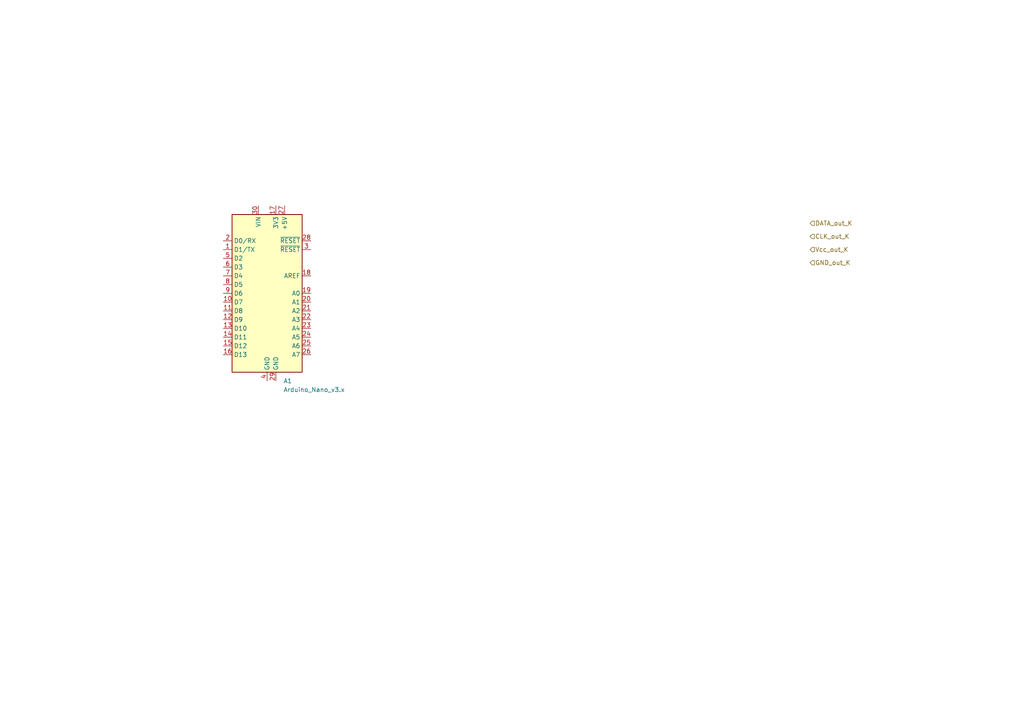
<source format=kicad_sch>
(kicad_sch (version 20231120) (generator "eeschema") (generator_version "8.0")
  (paper "A4")
  (lib_symbols
    (symbol "Connector_Generic:Conn_01x04" (pin_names (offset 1.016) hide)
      (property "Reference" "J" (at 0 5.08 0))
      (property "Value" "Conn_01x04" (at 0 -7.62 0))
    )
    (symbol "MCU_Module:Arduino_Nano_v3.x"
      (property "Reference" "A" (at -10.16 23.495 0))
      (property "Value" "Arduino_Nano_v3.x" (at 5.08 -24.13 0))
      (symbol "Arduino_Nano_v3.x_0_1"
        (rectangle (start -10.16 22.86) (end 10.16 -22.86) (stroke (width 0.254)) (fill (type background)))
      )
      (symbol "Arduino_Nano_v3.x_1_1"
        (pin bidirectional line (at -12.7 12.7 0) (length 2.54) (name "D1/TX") (number "1"))
        (pin bidirectional line (at -12.7 -2.54 0) (length 2.54) (name "D7") (number "10"))
        (pin bidirectional line (at -12.7 -5.08 0) (length 2.54) (name "D8") (number "11"))
        (pin bidirectional line (at -12.7 -7.62 0) (length 2.54) (name "D9") (number "12"))
        (pin bidirectional line (at -12.7 -10.16 0) (length 2.54) (name "D10") (number "13"))
        (pin bidirectional line (at -12.7 -12.7 0) (length 2.54) (name "D11") (number "14"))
        (pin bidirectional line (at -12.7 -15.24 0) (length 2.54) (name "D12") (number "15"))
        (pin bidirectional line (at -12.7 -17.78 0) (length 2.54) (name "D13") (number "16"))
        (pin power_out line (at 2.54 25.4 270) (length 2.54) (name "3V3") (number "17"))
        (pin input line (at 12.7 5.08 180) (length 2.54) (name "AREF") (number "18"))
        (pin bidirectional line (at 12.7 0 180) (length 2.54) (name "A0") (number "19"))
        (pin bidirectional line (at -12.7 15.24 0) (length 2.54) (name "D0/RX") (number "2"))
        (pin bidirectional line (at 12.7 -2.54 180) (length 2.54) (name "A1") (number "20"))
        (pin bidirectional line (at 12.7 -5.08 180) (length 2.54) (name "A2") (number "21"))
        (pin bidirectional line (at 12.7 -7.62 180) (length 2.54) (name "A3") (number "22"))
        (pin bidirectional line (at 12.7 -10.16 180) (length 2.54) (name "A4") (number "23"))
        (pin bidirectional line (at 12.7 -12.7 180) (length 2.54) (name "A5") (number "24"))
        (pin bidirectional line (at 12.7 -15.24 180) (length 2.54) (name "A6") (number "25"))
        (pin bidirectional line (at 12.7 -17.78 180) (length 2.54) (name "A7") (number "26"))
        (pin power_out line (at 5.08 25.4 270) (length 2.54) (name "+5V") (number "27"))
        (pin input line (at 12.7 15.24 180) (length 2.54) (name "~{RESET}") (number "28"))
        (pin power_in line (at 2.54 -25.4 90) (length 2.54) (name "GND") (number "29"))
        (pin input line (at 12.7 12.7 180) (length 2.54) (name "~{RESET}") (number "3"))
        (pin power_in line (at -2.54 25.4 270) (length 2.54) (name "VIN") (number "30"))
        (pin power_in line (at 0 -25.4 90) (length 2.54) (name "GND") (number "4"))
        (pin bidirectional line (at -12.7 10.16 0) (length 2.54) (name "D2") (number "5"))
        (pin bidirectional line (at -12.7 7.62 0) (length 2.54) (name "D3") (number "6"))
        (pin bidirectional line (at -12.7 5.08 0) (length 2.54) (name "D4") (number "7"))
        (pin bidirectional line (at -12.7 2.54 0) (length 2.54) (name "D5") (number "8"))
        (pin bidirectional line (at -12.7 0 0) (length 2.54) (name "D6") (number "9"))
      )
    )
  )
  (hierarchical_label "CLK_out_K" (shape input) (at 234.95 68.58 0))
  (hierarchical_label "GND_out_K" (shape input) (at 234.95 76.2 0))
  (hierarchical_label "DATA_out_K" (shape input) (at 234.95 64.77 0))
  (hierarchical_label "Vcc_out_K" (shape input) (at 234.95 72.39 0))
  (symbol (lib_id "MCU_Module:Arduino_Nano_v3.x") (at 77.47 85.09 0) (unit 1)
    (property "Reference" "A1" (at 82.2041 110.49 0) (effects (justify left)))
    (property "Value" "Arduino_Nano_v3.x" (at 82.2041 113.03 0) (effects (justify left)))
    (property "Footprint" "Module:Arduino_Nano" (effects (hide yes)))
    (property "Datasheet" "http://www.mouser.com/pdfdocs/Gravitech_Arduino_Nano3_0.pdf" (effects (hide yes)))
    (property "Description" "Arduino Nano v3.x" (effects (hide yes)))
  )
  (symbol (lib_id "Connector_Generic:Conn_01x04") (at 223.52 67.31 0) (unit 1)
    (property "Reference" "J1" (effects (hide yes)))
    (property "Value" "Conn_01x04" (effects (hide yes)))
    (property "Description" "Generic connector, single row, 01x04, script generated (kicad-library-utils/schlib/autogen/connector/)" (effects (hide yes)))
  )
)
</source>
